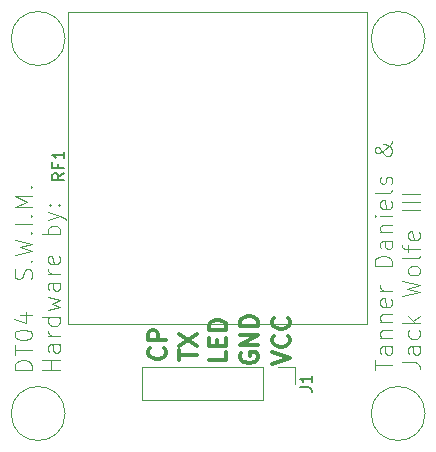
<source format=gbr>
G04 #@! TF.FileFunction,Legend,Top*
%FSLAX46Y46*%
G04 Gerber Fmt 4.6, Leading zero omitted, Abs format (unit mm)*
G04 Created by KiCad (PCBNEW 4.0.6-e0-6349~53~ubuntu16.04.1) date Wed Mar  1 16:08:09 2017*
%MOMM*%
%LPD*%
G01*
G04 APERTURE LIST*
%ADD10C,0.100000*%
%ADD11C,0.300000*%
%ADD12C,0.010000*%
%ADD13C,0.120000*%
%ADD14C,0.150000*%
G04 APERTURE END LIST*
D10*
X208823571Y-137271143D02*
X208823571Y-136414000D01*
X210323571Y-136842571D02*
X208823571Y-136842571D01*
X210323571Y-135271143D02*
X209537857Y-135271143D01*
X209395000Y-135342572D01*
X209323571Y-135485429D01*
X209323571Y-135771143D01*
X209395000Y-135914000D01*
X210252143Y-135271143D02*
X210323571Y-135414000D01*
X210323571Y-135771143D01*
X210252143Y-135914000D01*
X210109286Y-135985429D01*
X209966429Y-135985429D01*
X209823571Y-135914000D01*
X209752143Y-135771143D01*
X209752143Y-135414000D01*
X209680714Y-135271143D01*
X209323571Y-134556857D02*
X210323571Y-134556857D01*
X209466429Y-134556857D02*
X209395000Y-134485429D01*
X209323571Y-134342571D01*
X209323571Y-134128286D01*
X209395000Y-133985429D01*
X209537857Y-133914000D01*
X210323571Y-133914000D01*
X209323571Y-133199714D02*
X210323571Y-133199714D01*
X209466429Y-133199714D02*
X209395000Y-133128286D01*
X209323571Y-132985428D01*
X209323571Y-132771143D01*
X209395000Y-132628286D01*
X209537857Y-132556857D01*
X210323571Y-132556857D01*
X210252143Y-131271143D02*
X210323571Y-131414000D01*
X210323571Y-131699714D01*
X210252143Y-131842571D01*
X210109286Y-131914000D01*
X209537857Y-131914000D01*
X209395000Y-131842571D01*
X209323571Y-131699714D01*
X209323571Y-131414000D01*
X209395000Y-131271143D01*
X209537857Y-131199714D01*
X209680714Y-131199714D01*
X209823571Y-131914000D01*
X210323571Y-130556857D02*
X209323571Y-130556857D01*
X209609286Y-130556857D02*
X209466429Y-130485429D01*
X209395000Y-130414000D01*
X209323571Y-130271143D01*
X209323571Y-130128286D01*
X210323571Y-128485429D02*
X208823571Y-128485429D01*
X208823571Y-128128286D01*
X208895000Y-127914001D01*
X209037857Y-127771143D01*
X209180714Y-127699715D01*
X209466429Y-127628286D01*
X209680714Y-127628286D01*
X209966429Y-127699715D01*
X210109286Y-127771143D01*
X210252143Y-127914001D01*
X210323571Y-128128286D01*
X210323571Y-128485429D01*
X210323571Y-126342572D02*
X209537857Y-126342572D01*
X209395000Y-126414001D01*
X209323571Y-126556858D01*
X209323571Y-126842572D01*
X209395000Y-126985429D01*
X210252143Y-126342572D02*
X210323571Y-126485429D01*
X210323571Y-126842572D01*
X210252143Y-126985429D01*
X210109286Y-127056858D01*
X209966429Y-127056858D01*
X209823571Y-126985429D01*
X209752143Y-126842572D01*
X209752143Y-126485429D01*
X209680714Y-126342572D01*
X209323571Y-125628286D02*
X210323571Y-125628286D01*
X209466429Y-125628286D02*
X209395000Y-125556858D01*
X209323571Y-125414000D01*
X209323571Y-125199715D01*
X209395000Y-125056858D01*
X209537857Y-124985429D01*
X210323571Y-124985429D01*
X210323571Y-124271143D02*
X209323571Y-124271143D01*
X208823571Y-124271143D02*
X208895000Y-124342572D01*
X208966429Y-124271143D01*
X208895000Y-124199715D01*
X208823571Y-124271143D01*
X208966429Y-124271143D01*
X210252143Y-122985429D02*
X210323571Y-123128286D01*
X210323571Y-123414000D01*
X210252143Y-123556857D01*
X210109286Y-123628286D01*
X209537857Y-123628286D01*
X209395000Y-123556857D01*
X209323571Y-123414000D01*
X209323571Y-123128286D01*
X209395000Y-122985429D01*
X209537857Y-122914000D01*
X209680714Y-122914000D01*
X209823571Y-123628286D01*
X210323571Y-122056857D02*
X210252143Y-122199715D01*
X210109286Y-122271143D01*
X208823571Y-122271143D01*
X210252143Y-121556858D02*
X210323571Y-121414001D01*
X210323571Y-121128286D01*
X210252143Y-120985429D01*
X210109286Y-120914001D01*
X210037857Y-120914001D01*
X209895000Y-120985429D01*
X209823571Y-121128286D01*
X209823571Y-121342572D01*
X209752143Y-121485429D01*
X209609286Y-121556858D01*
X209537857Y-121556858D01*
X209395000Y-121485429D01*
X209323571Y-121342572D01*
X209323571Y-121128286D01*
X209395000Y-120985429D01*
X210323571Y-117914000D02*
X210323571Y-117985429D01*
X210252143Y-118128286D01*
X210037857Y-118342572D01*
X209609286Y-118699715D01*
X209395000Y-118842572D01*
X209180714Y-118914000D01*
X209037857Y-118914000D01*
X208895000Y-118842572D01*
X208823571Y-118699715D01*
X208823571Y-118628286D01*
X208895000Y-118485429D01*
X209037857Y-118414000D01*
X209109286Y-118414000D01*
X209252143Y-118485429D01*
X209323571Y-118556858D01*
X209609286Y-118985429D01*
X209680714Y-119056858D01*
X209823571Y-119128286D01*
X210037857Y-119128286D01*
X210180714Y-119056858D01*
X210252143Y-118985429D01*
X210323571Y-118842572D01*
X210323571Y-118628286D01*
X210252143Y-118485429D01*
X210180714Y-118414000D01*
X209895000Y-118199715D01*
X209680714Y-118128286D01*
X209537857Y-118128286D01*
X211173571Y-136628286D02*
X212245000Y-136628286D01*
X212459286Y-136699714D01*
X212602143Y-136842571D01*
X212673571Y-137056857D01*
X212673571Y-137199714D01*
X212673571Y-135271143D02*
X211887857Y-135271143D01*
X211745000Y-135342572D01*
X211673571Y-135485429D01*
X211673571Y-135771143D01*
X211745000Y-135914000D01*
X212602143Y-135271143D02*
X212673571Y-135414000D01*
X212673571Y-135771143D01*
X212602143Y-135914000D01*
X212459286Y-135985429D01*
X212316429Y-135985429D01*
X212173571Y-135914000D01*
X212102143Y-135771143D01*
X212102143Y-135414000D01*
X212030714Y-135271143D01*
X212602143Y-133914000D02*
X212673571Y-134056857D01*
X212673571Y-134342571D01*
X212602143Y-134485429D01*
X212530714Y-134556857D01*
X212387857Y-134628286D01*
X211959286Y-134628286D01*
X211816429Y-134556857D01*
X211745000Y-134485429D01*
X211673571Y-134342571D01*
X211673571Y-134056857D01*
X211745000Y-133914000D01*
X212673571Y-133271143D02*
X211173571Y-133271143D01*
X212102143Y-133128286D02*
X212673571Y-132699715D01*
X211673571Y-132699715D02*
X212245000Y-133271143D01*
X211173571Y-131056857D02*
X212673571Y-130699714D01*
X211602143Y-130414000D01*
X212673571Y-130128286D01*
X211173571Y-129771143D01*
X212673571Y-128985428D02*
X212602143Y-129128286D01*
X212530714Y-129199714D01*
X212387857Y-129271143D01*
X211959286Y-129271143D01*
X211816429Y-129199714D01*
X211745000Y-129128286D01*
X211673571Y-128985428D01*
X211673571Y-128771143D01*
X211745000Y-128628286D01*
X211816429Y-128556857D01*
X211959286Y-128485428D01*
X212387857Y-128485428D01*
X212530714Y-128556857D01*
X212602143Y-128628286D01*
X212673571Y-128771143D01*
X212673571Y-128985428D01*
X212673571Y-127628285D02*
X212602143Y-127771143D01*
X212459286Y-127842571D01*
X211173571Y-127842571D01*
X211673571Y-127271143D02*
X211673571Y-126699714D01*
X212673571Y-127056857D02*
X211387857Y-127056857D01*
X211245000Y-126985429D01*
X211173571Y-126842571D01*
X211173571Y-126699714D01*
X212602143Y-125628286D02*
X212673571Y-125771143D01*
X212673571Y-126056857D01*
X212602143Y-126199714D01*
X212459286Y-126271143D01*
X211887857Y-126271143D01*
X211745000Y-126199714D01*
X211673571Y-126056857D01*
X211673571Y-125771143D01*
X211745000Y-125628286D01*
X211887857Y-125556857D01*
X212030714Y-125556857D01*
X212173571Y-126271143D01*
X212673571Y-123771143D02*
X211173571Y-123771143D01*
X212673571Y-123056857D02*
X211173571Y-123056857D01*
X212673571Y-122342571D02*
X211173571Y-122342571D01*
X179843571Y-137310857D02*
X178343571Y-137310857D01*
X178343571Y-136953714D01*
X178415000Y-136739429D01*
X178557857Y-136596571D01*
X178700714Y-136525143D01*
X178986429Y-136453714D01*
X179200714Y-136453714D01*
X179486429Y-136525143D01*
X179629286Y-136596571D01*
X179772143Y-136739429D01*
X179843571Y-136953714D01*
X179843571Y-137310857D01*
X178343571Y-136025143D02*
X178343571Y-135168000D01*
X179843571Y-135596571D02*
X178343571Y-135596571D01*
X178343571Y-134382286D02*
X178343571Y-134239429D01*
X178415000Y-134096572D01*
X178486429Y-134025143D01*
X178629286Y-133953714D01*
X178915000Y-133882286D01*
X179272143Y-133882286D01*
X179557857Y-133953714D01*
X179700714Y-134025143D01*
X179772143Y-134096572D01*
X179843571Y-134239429D01*
X179843571Y-134382286D01*
X179772143Y-134525143D01*
X179700714Y-134596572D01*
X179557857Y-134668000D01*
X179272143Y-134739429D01*
X178915000Y-134739429D01*
X178629286Y-134668000D01*
X178486429Y-134596572D01*
X178415000Y-134525143D01*
X178343571Y-134382286D01*
X178843571Y-132596572D02*
X179843571Y-132596572D01*
X178272143Y-132953715D02*
X179343571Y-133310858D01*
X179343571Y-132382286D01*
X179772143Y-129596573D02*
X179843571Y-129382287D01*
X179843571Y-129025144D01*
X179772143Y-128882287D01*
X179700714Y-128810858D01*
X179557857Y-128739430D01*
X179415000Y-128739430D01*
X179272143Y-128810858D01*
X179200714Y-128882287D01*
X179129286Y-129025144D01*
X179057857Y-129310858D01*
X178986429Y-129453716D01*
X178915000Y-129525144D01*
X178772143Y-129596573D01*
X178629286Y-129596573D01*
X178486429Y-129525144D01*
X178415000Y-129453716D01*
X178343571Y-129310858D01*
X178343571Y-128953716D01*
X178415000Y-128739430D01*
X179700714Y-128096573D02*
X179772143Y-128025145D01*
X179843571Y-128096573D01*
X179772143Y-128168002D01*
X179700714Y-128096573D01*
X179843571Y-128096573D01*
X178343571Y-127525144D02*
X179843571Y-127168001D01*
X178772143Y-126882287D01*
X179843571Y-126596573D01*
X178343571Y-126239430D01*
X179700714Y-125668001D02*
X179772143Y-125596573D01*
X179843571Y-125668001D01*
X179772143Y-125739430D01*
X179700714Y-125668001D01*
X179843571Y-125668001D01*
X179843571Y-124953715D02*
X178343571Y-124953715D01*
X179700714Y-124239429D02*
X179772143Y-124168001D01*
X179843571Y-124239429D01*
X179772143Y-124310858D01*
X179700714Y-124239429D01*
X179843571Y-124239429D01*
X179843571Y-123525143D02*
X178343571Y-123525143D01*
X179415000Y-123025143D01*
X178343571Y-122525143D01*
X179843571Y-122525143D01*
X179700714Y-121810857D02*
X179772143Y-121739429D01*
X179843571Y-121810857D01*
X179772143Y-121882286D01*
X179700714Y-121810857D01*
X179843571Y-121810857D01*
X182193571Y-137310857D02*
X180693571Y-137310857D01*
X181407857Y-137310857D02*
X181407857Y-136453714D01*
X182193571Y-136453714D02*
X180693571Y-136453714D01*
X182193571Y-135096571D02*
X181407857Y-135096571D01*
X181265000Y-135168000D01*
X181193571Y-135310857D01*
X181193571Y-135596571D01*
X181265000Y-135739428D01*
X182122143Y-135096571D02*
X182193571Y-135239428D01*
X182193571Y-135596571D01*
X182122143Y-135739428D01*
X181979286Y-135810857D01*
X181836429Y-135810857D01*
X181693571Y-135739428D01*
X181622143Y-135596571D01*
X181622143Y-135239428D01*
X181550714Y-135096571D01*
X182193571Y-134382285D02*
X181193571Y-134382285D01*
X181479286Y-134382285D02*
X181336429Y-134310857D01*
X181265000Y-134239428D01*
X181193571Y-134096571D01*
X181193571Y-133953714D01*
X182193571Y-132810857D02*
X180693571Y-132810857D01*
X182122143Y-132810857D02*
X182193571Y-132953714D01*
X182193571Y-133239428D01*
X182122143Y-133382286D01*
X182050714Y-133453714D01*
X181907857Y-133525143D01*
X181479286Y-133525143D01*
X181336429Y-133453714D01*
X181265000Y-133382286D01*
X181193571Y-133239428D01*
X181193571Y-132953714D01*
X181265000Y-132810857D01*
X181193571Y-132239428D02*
X182193571Y-131953714D01*
X181479286Y-131668000D01*
X182193571Y-131382285D01*
X181193571Y-131096571D01*
X182193571Y-129882285D02*
X181407857Y-129882285D01*
X181265000Y-129953714D01*
X181193571Y-130096571D01*
X181193571Y-130382285D01*
X181265000Y-130525142D01*
X182122143Y-129882285D02*
X182193571Y-130025142D01*
X182193571Y-130382285D01*
X182122143Y-130525142D01*
X181979286Y-130596571D01*
X181836429Y-130596571D01*
X181693571Y-130525142D01*
X181622143Y-130382285D01*
X181622143Y-130025142D01*
X181550714Y-129882285D01*
X182193571Y-129167999D02*
X181193571Y-129167999D01*
X181479286Y-129167999D02*
X181336429Y-129096571D01*
X181265000Y-129025142D01*
X181193571Y-128882285D01*
X181193571Y-128739428D01*
X182122143Y-127668000D02*
X182193571Y-127810857D01*
X182193571Y-128096571D01*
X182122143Y-128239428D01*
X181979286Y-128310857D01*
X181407857Y-128310857D01*
X181265000Y-128239428D01*
X181193571Y-128096571D01*
X181193571Y-127810857D01*
X181265000Y-127668000D01*
X181407857Y-127596571D01*
X181550714Y-127596571D01*
X181693571Y-128310857D01*
X182193571Y-125810857D02*
X180693571Y-125810857D01*
X181265000Y-125810857D02*
X181193571Y-125668000D01*
X181193571Y-125382286D01*
X181265000Y-125239429D01*
X181336429Y-125168000D01*
X181479286Y-125096571D01*
X181907857Y-125096571D01*
X182050714Y-125168000D01*
X182122143Y-125239429D01*
X182193571Y-125382286D01*
X182193571Y-125668000D01*
X182122143Y-125810857D01*
X181193571Y-124596571D02*
X182193571Y-124239428D01*
X181193571Y-123882286D02*
X182193571Y-124239428D01*
X182550714Y-124382286D01*
X182622143Y-124453714D01*
X182693571Y-124596571D01*
X182050714Y-123310857D02*
X182122143Y-123239429D01*
X182193571Y-123310857D01*
X182122143Y-123382286D01*
X182050714Y-123310857D01*
X182193571Y-123310857D01*
X181265000Y-123310857D02*
X181336429Y-123239429D01*
X181407857Y-123310857D01*
X181336429Y-123382286D01*
X181265000Y-123310857D01*
X181407857Y-123310857D01*
D11*
X191035714Y-135425714D02*
X191107143Y-135497143D01*
X191178571Y-135711429D01*
X191178571Y-135854286D01*
X191107143Y-136068571D01*
X190964286Y-136211429D01*
X190821429Y-136282857D01*
X190535714Y-136354286D01*
X190321429Y-136354286D01*
X190035714Y-136282857D01*
X189892857Y-136211429D01*
X189750000Y-136068571D01*
X189678571Y-135854286D01*
X189678571Y-135711429D01*
X189750000Y-135497143D01*
X189821429Y-135425714D01*
X191178571Y-134782857D02*
X189678571Y-134782857D01*
X189678571Y-134211429D01*
X189750000Y-134068571D01*
X189821429Y-133997143D01*
X189964286Y-133925714D01*
X190178571Y-133925714D01*
X190321429Y-133997143D01*
X190392857Y-134068571D01*
X190464286Y-134211429D01*
X190464286Y-134782857D01*
X192308571Y-136472857D02*
X192308571Y-135615714D01*
X193808571Y-136044285D02*
X192308571Y-136044285D01*
X192308571Y-135258571D02*
X193808571Y-134258571D01*
X192308571Y-134258571D02*
X193808571Y-135258571D01*
X196288571Y-135764285D02*
X196288571Y-136478571D01*
X194788571Y-136478571D01*
X195502857Y-135264285D02*
X195502857Y-134764285D01*
X196288571Y-134549999D02*
X196288571Y-135264285D01*
X194788571Y-135264285D01*
X194788571Y-134549999D01*
X196288571Y-133907142D02*
X194788571Y-133907142D01*
X194788571Y-133549999D01*
X194860000Y-133335714D01*
X195002857Y-133192856D01*
X195145714Y-133121428D01*
X195431429Y-133049999D01*
X195645714Y-133049999D01*
X195931429Y-133121428D01*
X196074286Y-133192856D01*
X196217143Y-133335714D01*
X196288571Y-133549999D01*
X196288571Y-133907142D01*
X197530000Y-135862857D02*
X197458571Y-136005714D01*
X197458571Y-136220000D01*
X197530000Y-136434285D01*
X197672857Y-136577143D01*
X197815714Y-136648571D01*
X198101429Y-136720000D01*
X198315714Y-136720000D01*
X198601429Y-136648571D01*
X198744286Y-136577143D01*
X198887143Y-136434285D01*
X198958571Y-136220000D01*
X198958571Y-136077143D01*
X198887143Y-135862857D01*
X198815714Y-135791428D01*
X198315714Y-135791428D01*
X198315714Y-136077143D01*
X198958571Y-135148571D02*
X197458571Y-135148571D01*
X198958571Y-134291428D01*
X197458571Y-134291428D01*
X198958571Y-133577142D02*
X197458571Y-133577142D01*
X197458571Y-133219999D01*
X197530000Y-133005714D01*
X197672857Y-132862856D01*
X197815714Y-132791428D01*
X198101429Y-132719999D01*
X198315714Y-132719999D01*
X198601429Y-132791428D01*
X198744286Y-132862856D01*
X198887143Y-133005714D01*
X198958571Y-133219999D01*
X198958571Y-133577142D01*
X200168571Y-136740000D02*
X201668571Y-136240000D01*
X200168571Y-135740000D01*
X201525714Y-134382857D02*
X201597143Y-134454286D01*
X201668571Y-134668572D01*
X201668571Y-134811429D01*
X201597143Y-135025714D01*
X201454286Y-135168572D01*
X201311429Y-135240000D01*
X201025714Y-135311429D01*
X200811429Y-135311429D01*
X200525714Y-135240000D01*
X200382857Y-135168572D01*
X200240000Y-135025714D01*
X200168571Y-134811429D01*
X200168571Y-134668572D01*
X200240000Y-134454286D01*
X200311429Y-134382857D01*
X201525714Y-132882857D02*
X201597143Y-132954286D01*
X201668571Y-133168572D01*
X201668571Y-133311429D01*
X201597143Y-133525714D01*
X201454286Y-133668572D01*
X201311429Y-133740000D01*
X201025714Y-133811429D01*
X200811429Y-133811429D01*
X200525714Y-133740000D01*
X200382857Y-133668572D01*
X200240000Y-133525714D01*
X200168571Y-133311429D01*
X200168571Y-133168572D01*
X200240000Y-132954286D01*
X200311429Y-132882857D01*
D12*
X208180000Y-133350000D02*
X208180000Y-106950000D01*
X208180000Y-106950000D02*
X182880000Y-106950000D01*
X182880000Y-106950000D02*
X182880000Y-133350000D01*
X182880000Y-133350000D02*
X208180000Y-133350000D01*
D13*
X182626000Y-109220000D02*
G75*
G03X182626000Y-109220000I-2286000J0D01*
G01*
X213106000Y-109220000D02*
G75*
G03X213106000Y-109220000I-2286000J0D01*
G01*
X182626000Y-140970000D02*
G75*
G03X182626000Y-140970000I-2286000J0D01*
G01*
X213106000Y-140970000D02*
G75*
G03X213106000Y-140970000I-2286000J0D01*
G01*
X199390000Y-137040000D02*
X189110000Y-137040000D01*
X189110000Y-137040000D02*
X189110000Y-139820000D01*
X189110000Y-139820000D02*
X199390000Y-139820000D01*
X199390000Y-139820000D02*
X199390000Y-137040000D01*
X200660000Y-137040000D02*
X202050000Y-137040000D01*
X202050000Y-137040000D02*
X202050000Y-138430000D01*
D14*
X182542381Y-120615238D02*
X182066190Y-120948572D01*
X182542381Y-121186667D02*
X181542381Y-121186667D01*
X181542381Y-120805714D01*
X181590000Y-120710476D01*
X181637619Y-120662857D01*
X181732857Y-120615238D01*
X181875714Y-120615238D01*
X181970952Y-120662857D01*
X182018571Y-120710476D01*
X182066190Y-120805714D01*
X182066190Y-121186667D01*
X182018571Y-119853333D02*
X182018571Y-120186667D01*
X182542381Y-120186667D02*
X181542381Y-120186667D01*
X181542381Y-119710476D01*
X182542381Y-118805714D02*
X182542381Y-119377143D01*
X182542381Y-119091429D02*
X181542381Y-119091429D01*
X181685238Y-119186667D01*
X181780476Y-119281905D01*
X181828095Y-119377143D01*
X202502381Y-138763333D02*
X203216667Y-138763333D01*
X203359524Y-138810953D01*
X203454762Y-138906191D01*
X203502381Y-139049048D01*
X203502381Y-139144286D01*
X203502381Y-137763333D02*
X203502381Y-138334762D01*
X203502381Y-138049048D02*
X202502381Y-138049048D01*
X202645238Y-138144286D01*
X202740476Y-138239524D01*
X202788095Y-138334762D01*
M02*

</source>
